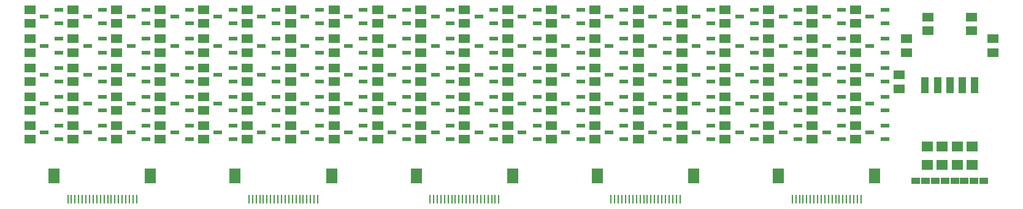
<source format=gbr>
G04 EAGLE Gerber RS-274X export*
G75*
%MOMM*%
%FSLAX34Y34*%
%LPD*%
%INSolderpaste Top*%
%IPPOS*%
%AMOC8*
5,1,8,0,0,1.08239X$1,22.5*%
G01*
%ADD10R,0.250000X1.250000*%
%ADD11R,1.650000X2.050000*%
%ADD12R,1.510000X1.400000*%
%ADD13R,1.220000X0.850000*%
%ADD14R,1.070000X2.160000*%
%ADD15R,1.500000X1.300000*%
%ADD16R,1.180100X0.609200*%


D10*
X147500Y17500D03*
X142500Y17500D03*
X137500Y17500D03*
X132500Y17500D03*
X127500Y17500D03*
X122500Y17500D03*
X117500Y17500D03*
X112500Y17500D03*
X107500Y17500D03*
X102500Y17500D03*
X97500Y17500D03*
X92500Y17500D03*
X87500Y17500D03*
X82500Y17500D03*
X77500Y17500D03*
X72500Y17500D03*
X67500Y17500D03*
X62500Y17500D03*
X57500Y17500D03*
X52500Y17500D03*
D11*
X33500Y50000D03*
X166500Y50000D03*
D10*
X397500Y17500D03*
X392500Y17500D03*
X387500Y17500D03*
X382500Y17500D03*
X377500Y17500D03*
X372500Y17500D03*
X367500Y17500D03*
X362500Y17500D03*
X357500Y17500D03*
X352500Y17500D03*
X347500Y17500D03*
X342500Y17500D03*
X337500Y17500D03*
X332500Y17500D03*
X327500Y17500D03*
X322500Y17500D03*
X317500Y17500D03*
X312500Y17500D03*
X307500Y17500D03*
X302500Y17500D03*
D11*
X283500Y50000D03*
X416500Y50000D03*
D10*
X647500Y17500D03*
X642500Y17500D03*
X637500Y17500D03*
X632500Y17500D03*
X627500Y17500D03*
X622500Y17500D03*
X617500Y17500D03*
X612500Y17500D03*
X607500Y17500D03*
X602500Y17500D03*
X597500Y17500D03*
X592500Y17500D03*
X587500Y17500D03*
X582500Y17500D03*
X577500Y17500D03*
X572500Y17500D03*
X567500Y17500D03*
X562500Y17500D03*
X557500Y17500D03*
X552500Y17500D03*
D11*
X533500Y50000D03*
X666500Y50000D03*
D10*
X897500Y17500D03*
X892500Y17500D03*
X887500Y17500D03*
X882500Y17500D03*
X877500Y17500D03*
X872500Y17500D03*
X867500Y17500D03*
X862500Y17500D03*
X857500Y17500D03*
X852500Y17500D03*
X847500Y17500D03*
X842500Y17500D03*
X837500Y17500D03*
X832500Y17500D03*
X827500Y17500D03*
X822500Y17500D03*
X817500Y17500D03*
X812500Y17500D03*
X807500Y17500D03*
X802500Y17500D03*
D11*
X783500Y50000D03*
X916500Y50000D03*
D10*
X1147500Y17500D03*
X1142500Y17500D03*
X1137500Y17500D03*
X1132500Y17500D03*
X1127500Y17500D03*
X1122500Y17500D03*
X1117500Y17500D03*
X1112500Y17500D03*
X1107500Y17500D03*
X1102500Y17500D03*
X1097500Y17500D03*
X1092500Y17500D03*
X1087500Y17500D03*
X1082500Y17500D03*
X1077500Y17500D03*
X1072500Y17500D03*
X1067500Y17500D03*
X1062500Y17500D03*
X1057500Y17500D03*
X1052500Y17500D03*
D11*
X1033500Y50000D03*
X1166500Y50000D03*
D12*
X1280400Y90950D03*
X1301200Y90950D03*
X1280400Y65550D03*
X1301200Y65550D03*
X1259600Y90950D03*
X1238800Y90950D03*
X1259600Y65550D03*
X1238800Y65550D03*
D13*
X1276750Y43300D03*
X1263250Y43300D03*
X1290250Y43300D03*
X1303750Y43300D03*
X1317250Y43300D03*
X1249750Y43300D03*
X1236250Y43300D03*
X1222750Y43300D03*
D14*
X1304000Y175450D03*
X1287000Y175450D03*
X1270000Y175450D03*
X1253000Y175450D03*
X1236000Y175450D03*
D15*
X1300000Y250500D03*
X1300000Y269500D03*
X1240000Y250500D03*
X1240000Y269500D03*
X1210000Y220500D03*
X1210000Y239500D03*
X1200000Y170500D03*
X1200000Y189500D03*
X1330000Y239500D03*
X1330000Y220500D03*
D16*
X220245Y100500D03*
X220245Y119500D03*
X199755Y110000D03*
X160245Y260500D03*
X160245Y279500D03*
X139755Y270000D03*
X1000245Y260500D03*
X1000245Y279500D03*
X979755Y270000D03*
X100245Y100500D03*
X100245Y119500D03*
X79755Y110000D03*
X100245Y140500D03*
X100245Y159500D03*
X79755Y150000D03*
X100245Y180500D03*
X100245Y199500D03*
X79755Y190000D03*
X100245Y220500D03*
X100245Y239500D03*
X79755Y230000D03*
X100245Y260500D03*
X100245Y279500D03*
X79755Y270000D03*
X40245Y100500D03*
X40245Y119500D03*
X19755Y110000D03*
X40245Y140500D03*
X40245Y159500D03*
X19755Y150000D03*
X40245Y180500D03*
X40245Y199500D03*
X19755Y190000D03*
X40245Y220500D03*
X40245Y239500D03*
X19755Y230000D03*
X220245Y140500D03*
X220245Y159500D03*
X199755Y150000D03*
X40245Y260500D03*
X40245Y279500D03*
X19755Y270000D03*
X460245Y100500D03*
X460245Y119500D03*
X439755Y110000D03*
X460245Y140500D03*
X460245Y159500D03*
X439755Y150000D03*
X460245Y180500D03*
X460245Y199500D03*
X439755Y190000D03*
X460245Y220500D03*
X460245Y239500D03*
X439755Y230000D03*
X460245Y260500D03*
X460245Y279500D03*
X439755Y270000D03*
X400245Y100500D03*
X400245Y119500D03*
X379755Y110000D03*
X400245Y140500D03*
X400245Y159500D03*
X379755Y150000D03*
X400245Y180500D03*
X400245Y199500D03*
X379755Y190000D03*
X400245Y220500D03*
X400245Y239500D03*
X379755Y230000D03*
X220245Y180500D03*
X220245Y199500D03*
X199755Y190000D03*
X400245Y260500D03*
X400245Y279500D03*
X379755Y270000D03*
X340245Y100500D03*
X340245Y119500D03*
X319755Y110000D03*
X340245Y140500D03*
X340245Y159500D03*
X319755Y150000D03*
X340245Y180500D03*
X340245Y199500D03*
X319755Y190000D03*
X340245Y220500D03*
X340245Y239500D03*
X319755Y230000D03*
X340245Y260500D03*
X340245Y279500D03*
X319755Y270000D03*
X280245Y100500D03*
X280245Y119500D03*
X259755Y110000D03*
X280245Y140500D03*
X280245Y159500D03*
X259755Y150000D03*
X280245Y180500D03*
X280245Y199500D03*
X259755Y190000D03*
X280245Y220500D03*
X280245Y239500D03*
X259755Y230000D03*
X220245Y220500D03*
X220245Y239500D03*
X199755Y230000D03*
X280245Y260500D03*
X280245Y279500D03*
X259755Y270000D03*
X700245Y100500D03*
X700245Y119500D03*
X679755Y110000D03*
X700245Y140500D03*
X700245Y159500D03*
X679755Y150000D03*
X700245Y180500D03*
X700245Y199500D03*
X679755Y190000D03*
X700245Y220500D03*
X700245Y239500D03*
X679755Y230000D03*
X700245Y260500D03*
X700245Y279500D03*
X679755Y270000D03*
X640245Y100500D03*
X640245Y119500D03*
X619755Y110000D03*
X640245Y140500D03*
X640245Y159500D03*
X619755Y150000D03*
X640245Y180500D03*
X640245Y199500D03*
X619755Y190000D03*
X640245Y220500D03*
X640245Y239500D03*
X619755Y230000D03*
X220245Y260500D03*
X220245Y279500D03*
X199755Y270000D03*
X640245Y260500D03*
X640245Y279500D03*
X619755Y270000D03*
X580245Y100500D03*
X580245Y119500D03*
X559755Y110000D03*
X580245Y140500D03*
X580245Y159500D03*
X559755Y150000D03*
X580245Y180500D03*
X580245Y199500D03*
X559755Y190000D03*
X580245Y220500D03*
X580245Y239500D03*
X559755Y230000D03*
X580245Y260500D03*
X580245Y279500D03*
X559755Y270000D03*
X520245Y100500D03*
X520245Y119500D03*
X499755Y110000D03*
X520245Y140500D03*
X520245Y159500D03*
X499755Y150000D03*
X520245Y180500D03*
X520245Y199500D03*
X499755Y190000D03*
X520245Y220500D03*
X520245Y239500D03*
X499755Y230000D03*
X160245Y100500D03*
X160245Y119500D03*
X139755Y110000D03*
X520245Y260500D03*
X520245Y279500D03*
X499755Y270000D03*
X940245Y100500D03*
X940245Y119500D03*
X919755Y110000D03*
X940245Y140500D03*
X940245Y159500D03*
X919755Y150000D03*
X940245Y180500D03*
X940245Y199500D03*
X919755Y190000D03*
X940245Y220500D03*
X940245Y239500D03*
X919755Y230000D03*
X940245Y260500D03*
X940245Y279500D03*
X919755Y270000D03*
X880245Y100500D03*
X880245Y119500D03*
X859755Y110000D03*
X880245Y140500D03*
X880245Y159500D03*
X859755Y150000D03*
X880245Y180500D03*
X880245Y199500D03*
X859755Y190000D03*
X880245Y220500D03*
X880245Y239500D03*
X859755Y230000D03*
X160245Y140500D03*
X160245Y159500D03*
X139755Y150000D03*
X880245Y260500D03*
X880245Y279500D03*
X859755Y270000D03*
X820245Y100500D03*
X820245Y119500D03*
X799755Y110000D03*
X820245Y140500D03*
X820245Y159500D03*
X799755Y150000D03*
X820245Y180500D03*
X820245Y199500D03*
X799755Y190000D03*
X820245Y220500D03*
X820245Y239500D03*
X799755Y230000D03*
X820245Y260500D03*
X820245Y279500D03*
X799755Y270000D03*
X760245Y100500D03*
X760245Y119500D03*
X739755Y110000D03*
X760245Y140500D03*
X760245Y159500D03*
X739755Y150000D03*
X760245Y180500D03*
X760245Y199500D03*
X739755Y190000D03*
X760245Y220500D03*
X760245Y239500D03*
X739755Y230000D03*
X160245Y180500D03*
X160245Y199500D03*
X139755Y190000D03*
X760245Y260500D03*
X760245Y279500D03*
X739755Y270000D03*
X1180245Y100500D03*
X1180245Y119500D03*
X1159755Y110000D03*
X1180245Y140500D03*
X1180245Y159500D03*
X1159755Y150000D03*
X1180245Y180500D03*
X1180245Y199500D03*
X1159755Y190000D03*
X1180245Y220500D03*
X1180245Y239500D03*
X1159755Y230000D03*
X1180245Y260500D03*
X1180245Y279500D03*
X1159755Y270000D03*
X1120245Y100500D03*
X1120245Y119500D03*
X1099755Y110000D03*
X1120245Y140500D03*
X1120245Y159500D03*
X1099755Y150000D03*
X1120245Y180500D03*
X1120245Y199500D03*
X1099755Y190000D03*
X1120245Y220500D03*
X1120245Y239500D03*
X1099755Y230000D03*
X160245Y220500D03*
X160245Y239500D03*
X139755Y230000D03*
X1120245Y260500D03*
X1120245Y279500D03*
X1099755Y270000D03*
X1060245Y100500D03*
X1060245Y119500D03*
X1039755Y110000D03*
X1060245Y140500D03*
X1060245Y159500D03*
X1039755Y150000D03*
X1060245Y180500D03*
X1060245Y199500D03*
X1039755Y190000D03*
X1060245Y220500D03*
X1060245Y239500D03*
X1039755Y230000D03*
X1060245Y260500D03*
X1060245Y279500D03*
X1039755Y270000D03*
X1000245Y100500D03*
X1000245Y119500D03*
X979755Y110000D03*
X1000245Y140500D03*
X1000245Y159500D03*
X979755Y150000D03*
X1000245Y180500D03*
X1000245Y199500D03*
X979755Y190000D03*
X1000245Y220500D03*
X1000245Y239500D03*
X979755Y230000D03*
D15*
X180000Y100500D03*
X180000Y119500D03*
X120000Y260500D03*
X120000Y279500D03*
X960000Y260500D03*
X960000Y279500D03*
X60000Y100500D03*
X60000Y119500D03*
X60000Y140500D03*
X60000Y159500D03*
X60000Y180500D03*
X60000Y199500D03*
X60000Y220500D03*
X60000Y239500D03*
X60000Y260500D03*
X60000Y279500D03*
X0Y100500D03*
X0Y119500D03*
X0Y140500D03*
X0Y159500D03*
X0Y180500D03*
X0Y199500D03*
X0Y220500D03*
X0Y239500D03*
X180000Y140500D03*
X180000Y159500D03*
X0Y260500D03*
X0Y279500D03*
X420000Y100500D03*
X420000Y119500D03*
X420000Y140500D03*
X420000Y159500D03*
X420000Y180500D03*
X420000Y199500D03*
X420000Y220500D03*
X420000Y239500D03*
X420000Y260500D03*
X420000Y279500D03*
X360000Y100500D03*
X360000Y119500D03*
X360000Y140500D03*
X360000Y159500D03*
X360000Y180500D03*
X360000Y199500D03*
X360000Y220500D03*
X360000Y239500D03*
X180000Y180500D03*
X180000Y199500D03*
X360000Y260500D03*
X360000Y279500D03*
X300000Y100500D03*
X300000Y119500D03*
X300000Y140500D03*
X300000Y159500D03*
X300000Y180500D03*
X300000Y199500D03*
X300000Y220500D03*
X300000Y239500D03*
X300000Y260500D03*
X300000Y279500D03*
X240000Y100500D03*
X240000Y119500D03*
X240000Y140500D03*
X240000Y159500D03*
X240000Y180500D03*
X240000Y199500D03*
X240000Y220500D03*
X240000Y239500D03*
X180000Y220500D03*
X180000Y239500D03*
X240000Y260500D03*
X240000Y279500D03*
X660000Y100500D03*
X660000Y119500D03*
X660000Y140500D03*
X660000Y159500D03*
X660000Y180500D03*
X660000Y199500D03*
X660000Y220500D03*
X660000Y239500D03*
X660000Y260500D03*
X660000Y279500D03*
X600000Y100500D03*
X600000Y119500D03*
X600000Y140500D03*
X600000Y159500D03*
X600000Y180500D03*
X600000Y199500D03*
X600000Y220500D03*
X600000Y239500D03*
X180000Y260500D03*
X180000Y279500D03*
X600000Y260500D03*
X600000Y279500D03*
X540000Y100500D03*
X540000Y119500D03*
X540000Y140500D03*
X540000Y159500D03*
X540000Y180500D03*
X540000Y199500D03*
X540000Y220500D03*
X540000Y239500D03*
X540000Y260500D03*
X540000Y279500D03*
X480000Y100500D03*
X480000Y119500D03*
X480000Y140500D03*
X480000Y159500D03*
X480000Y180500D03*
X480000Y199500D03*
X480000Y220500D03*
X480000Y239500D03*
X120000Y100500D03*
X120000Y119500D03*
X480000Y260500D03*
X480000Y279500D03*
X900000Y100500D03*
X900000Y119500D03*
X900000Y140500D03*
X900000Y159500D03*
X900000Y180500D03*
X900000Y199500D03*
X900000Y220500D03*
X900000Y239500D03*
X900000Y260500D03*
X900000Y279500D03*
X840000Y100500D03*
X840000Y119500D03*
X840000Y140500D03*
X840000Y159500D03*
X840000Y180500D03*
X840000Y199500D03*
X840000Y220500D03*
X840000Y239500D03*
X120000Y140500D03*
X120000Y159500D03*
X840000Y260500D03*
X840000Y279500D03*
X780000Y100500D03*
X780000Y119500D03*
X780000Y140500D03*
X780000Y159500D03*
X780000Y180500D03*
X780000Y199500D03*
X780000Y220500D03*
X780000Y239500D03*
X780000Y260500D03*
X780000Y279500D03*
X720000Y100500D03*
X720000Y119500D03*
X720000Y140500D03*
X720000Y159500D03*
X720000Y180500D03*
X720000Y199500D03*
X720000Y220500D03*
X720000Y239500D03*
X120000Y180500D03*
X120000Y199500D03*
X720000Y260500D03*
X720000Y279500D03*
X1140000Y100500D03*
X1140000Y119500D03*
X1140000Y140500D03*
X1140000Y159500D03*
X1140000Y180500D03*
X1140000Y199500D03*
X1140000Y220500D03*
X1140000Y239500D03*
X1140000Y260500D03*
X1140000Y279500D03*
X1080000Y100500D03*
X1080000Y119500D03*
X1080000Y140500D03*
X1080000Y159500D03*
X1080000Y180500D03*
X1080000Y199500D03*
X1080000Y220500D03*
X1080000Y239500D03*
X120000Y220500D03*
X120000Y239500D03*
X1080000Y260500D03*
X1080000Y279500D03*
X1020000Y100500D03*
X1020000Y119500D03*
X1020000Y140500D03*
X1020000Y159500D03*
X1020000Y180500D03*
X1020000Y199500D03*
X1020000Y220500D03*
X1020000Y239500D03*
X1020000Y260500D03*
X1020000Y279500D03*
X960000Y100500D03*
X960000Y119500D03*
X960000Y140500D03*
X960000Y159500D03*
X960000Y180500D03*
X960000Y199500D03*
X960000Y220500D03*
X960000Y239500D03*
M02*

</source>
